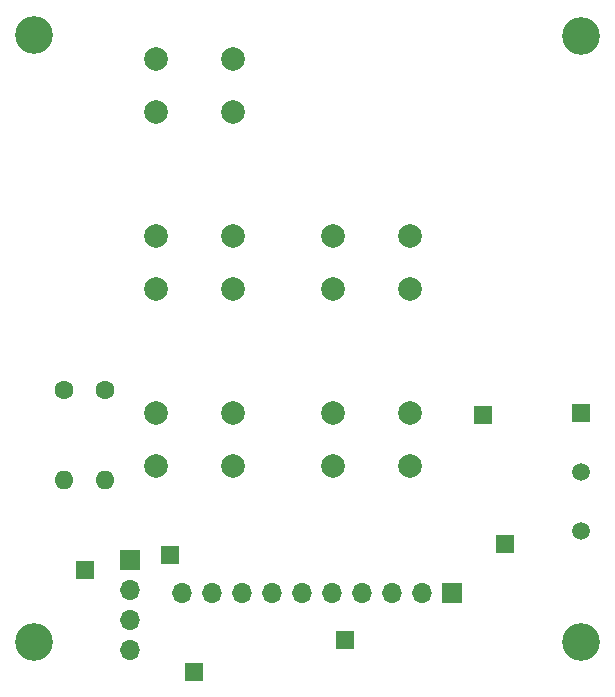
<source format=gbr>
%TF.GenerationSoftware,KiCad,Pcbnew,8.0.7*%
%TF.CreationDate,2025-01-10T14:29:54+01:00*%
%TF.ProjectId,LCD_PCB,4c43445f-5043-4422-9e6b-696361645f70,rev?*%
%TF.SameCoordinates,Original*%
%TF.FileFunction,Soldermask,Top*%
%TF.FilePolarity,Negative*%
%FSLAX46Y46*%
G04 Gerber Fmt 4.6, Leading zero omitted, Abs format (unit mm)*
G04 Created by KiCad (PCBNEW 8.0.7) date 2025-01-10 14:29:54*
%MOMM*%
%LPD*%
G01*
G04 APERTURE LIST*
%ADD10R,1.500000X1.500000*%
%ADD11C,2.000000*%
%ADD12C,1.600000*%
%ADD13O,1.600000X1.600000*%
%ADD14C,3.200000*%
%ADD15C,1.500000*%
%ADD16R,1.700000X1.700000*%
%ADD17O,1.700000X1.700000*%
G04 APERTURE END LIST*
D10*
%TO.C,TP2*%
X158300000Y-86875000D03*
%TD*%
D11*
%TO.C,SW1*%
X135300000Y-50275000D03*
X128800000Y-50275000D03*
X135300000Y-45775000D03*
X128800000Y-45775000D03*
%TD*%
%TO.C,SW2*%
X135300000Y-80275000D03*
X128800000Y-80275000D03*
X135300000Y-75775000D03*
X128800000Y-75775000D03*
%TD*%
D12*
%TO.C,R1*%
X124460000Y-73875000D03*
D13*
X124460000Y-81495000D03*
%TD*%
D14*
%TO.C,H1*%
X164786649Y-95161649D03*
%TD*%
D12*
%TO.C,R2*%
X121000000Y-73865000D03*
D13*
X121000000Y-81485000D03*
%TD*%
D10*
%TO.C,RV1*%
X164800000Y-75775000D03*
D15*
X164800000Y-80775000D03*
X164800000Y-85775000D03*
%TD*%
D14*
%TO.C,H3*%
X164736649Y-43838351D03*
%TD*%
D11*
%TO.C,SW3*%
X135300000Y-65275000D03*
X128800000Y-65275000D03*
X135300000Y-60775000D03*
X128800000Y-60775000D03*
%TD*%
D14*
%TO.C,H4*%
X118413351Y-43788351D03*
%TD*%
%TO.C,H2*%
X118413351Y-95161649D03*
%TD*%
D11*
%TO.C,SW5*%
X150300000Y-65275000D03*
X143800000Y-65275000D03*
X150300000Y-60775000D03*
X143800000Y-60775000D03*
%TD*%
D10*
%TO.C,TP6*%
X144800000Y-94975000D03*
%TD*%
%TO.C,TP4*%
X122800000Y-89075000D03*
%TD*%
D11*
%TO.C,SW4*%
X150300000Y-80275000D03*
X143800000Y-80275000D03*
X150300000Y-75775000D03*
X143800000Y-75775000D03*
%TD*%
D10*
%TO.C,TP3*%
X130000000Y-87775000D03*
%TD*%
%TO.C,TP5*%
X132000000Y-97675000D03*
%TD*%
%TO.C,TP1*%
X156500000Y-75975000D03*
%TD*%
D16*
%TO.C,J1*%
X126600000Y-88225000D03*
D17*
X126600000Y-90765000D03*
X126600000Y-93305000D03*
X126600000Y-95845000D03*
%TD*%
D16*
%TO.C,J2*%
X153880000Y-91025000D03*
D17*
X151340000Y-91025000D03*
X148800000Y-91025000D03*
X146260000Y-91025000D03*
X143720000Y-91025000D03*
X141180000Y-91025000D03*
X138640000Y-91025000D03*
X136100000Y-91025000D03*
X133560000Y-91025000D03*
X131020000Y-91025000D03*
%TD*%
M02*

</source>
